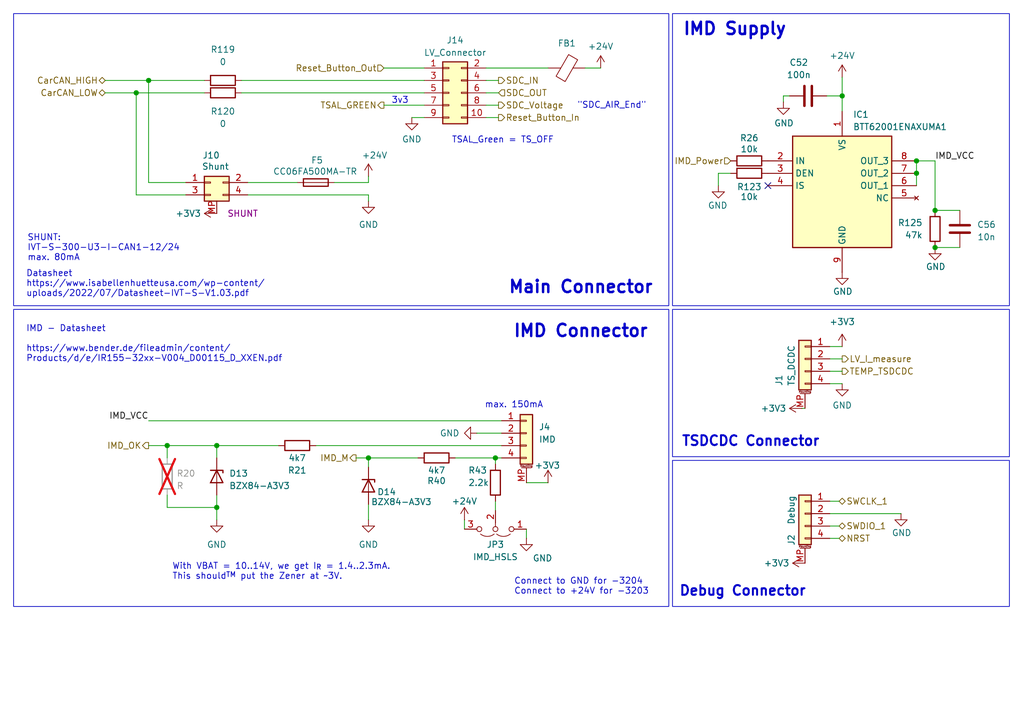
<source format=kicad_sch>
(kicad_sch (version 20250114) (generator "eeschema") (generator_version "9.0")
  (paper "A5")
  (title_block (title "Input/Output") (date "2025-03-09") (rev "V1") (comment 1 "Lene Marquardt"))
  (lib_symbols
    (symbol "BTT62001ENAXUMA1:BTT62001ENAXUMA1"
      (property "Reference" "IC" (at 26.67 7.62 0))
      (property "Value" "BTT62001ENAXUMA1" (at 26.67 5.08 0))
      (symbol "BTT62001ENAXUMA1_1_1"
        (rectangle (start 5.08 2.54) (end 25.4 -20.32) (stroke (width 0.254)) (fill (type background)))
        (pin passive line (at 0 -2.54 0) (length 5.08) (name "IN") (number "2"))
        (pin passive line (at 0 -5.08 0) (length 5.08) (name "DEN") (number "3"))
        (pin passive line (at 0 -7.62 0) (length 5.08) (name "IS") (number "4"))
        (pin passive line (at 15.24 7.62 270) (length 5.08) (name "VS") (number "1"))
        (pin passive line (at 15.24 -25.4 90) (length 5.08) (name "GND") (number "9"))
        (pin passive line (at 30.48 -2.54 180) (length 5.08) (name "OUT_3") (number "8"))
        (pin passive line (at 30.48 -5.08 180) (length 5.08) (name "OUT_2") (number "7"))
        (pin passive line (at 30.48 -7.62 180) (length 5.08) (name "OUT_1") (number "6"))
        (pin no_connect line (at 30.48 -10.16 180) (length 5.08) (name "NC") (number "5"))
      )
    )
    (symbol "Connector_Generic:Conn_02x05_Odd_Even" (pin_names (offset 1.016) (hide yes))
      (property "Reference" "J" (at 1.27 7.62 0))
      (property "Value" "Conn_02x05_Odd_Even" (at 1.27 -7.62 0))
      (symbol "Conn_02x05_Odd_Even_1_1"
        (rectangle (start -1.27 6.35) (end 3.81 -6.35) (stroke (width 0.254)) (fill (type background)))
        (rectangle (start -1.27 5.207) (end 0 4.953) (stroke (width 0.1524)))
        (rectangle (start -1.27 2.667) (end 0 2.413) (stroke (width 0.1524)))
        (rectangle (start -1.27 0.127) (end 0 -0.127) (stroke (width 0.1524)))
        (rectangle (start -1.27 -2.413) (end 0 -2.667) (stroke (width 0.1524)))
        (rectangle (start -1.27 -4.953) (end 0 -5.207) (stroke (width 0.1524)))
        (rectangle (start 3.81 5.207) (end 2.54 4.953) (stroke (width 0.1524)))
        (rectangle (start 3.81 2.667) (end 2.54 2.413) (stroke (width 0.1524)))
        (rectangle (start 3.81 0.127) (end 2.54 -0.127) (stroke (width 0.1524)))
        (rectangle (start 3.81 -2.413) (end 2.54 -2.667) (stroke (width 0.1524)))
        (rectangle (start 3.81 -4.953) (end 2.54 -5.207) (stroke (width 0.1524)))
        (pin passive line (at -5.08 5.08 0) (length 3.81) (name "Pin_1") (number "1"))
        (pin passive line (at -5.08 2.54 0) (length 3.81) (name "Pin_3") (number "3"))
        (pin passive line (at -5.08 0 0) (length 3.81) (name "Pin_5") (number "5"))
        (pin passive line (at -5.08 -2.54 0) (length 3.81) (name "Pin_7") (number "7"))
        (pin passive line (at -5.08 -5.08 0) (length 3.81) (name "Pin_9") (number "9"))
        (pin passive line (at 7.62 5.08 180) (length 3.81) (name "Pin_2") (number "2"))
        (pin passive line (at 7.62 2.54 180) (length 3.81) (name "Pin_4") (number "4"))
        (pin passive line (at 7.62 0 180) (length 3.81) (name "Pin_6") (number "6"))
        (pin passive line (at 7.62 -2.54 180) (length 3.81) (name "Pin_8") (number "8"))
        (pin passive line (at 7.62 -5.08 180) (length 3.81) (name "Pin_10") (number "10"))
      )
    )
    (symbol "Connector_Generic_MountingPin:Conn_01x04_MountingPin" (pin_names (offset 1.016) (hide yes))
      (property "Reference" "J" (at 0 5.08 0))
      (property "Value" "Conn_01x04_MountingPin" (at 1.27 -7.62 0))
      (symbol "Conn_01x04_MountingPin_1_1"
        (rectangle (start -1.27 3.81) (end 1.27 -6.35) (stroke (width 0.254)) (fill (type background)))
        (rectangle (start -1.27 2.667) (end 0 2.413) (stroke (width 0.1524)))
        (rectangle (start -1.27 0.127) (end 0 -0.127) (stroke (width 0.1524)))
        (rectangle (start -1.27 -2.413) (end 0 -2.667) (stroke (width 0.1524)))
        (rectangle (start -1.27 -4.953) (end 0 -5.207) (stroke (width 0.1524)))
        (polyline (pts (xy -1.016 -7.112) (xy 1.016 -7.112)) (stroke (width 0.1524)))
        (text "Mounting" (at 0 -6.731 0) (effects (font (size 0.381 0.381))))
        (pin passive line (at -5.08 2.54 0) (length 3.81) (name "Pin_1") (number "1"))
        (pin passive line (at -5.08 0 0) (length 3.81) (name "Pin_2") (number "2"))
        (pin passive line (at -5.08 -2.54 0) (length 3.81) (name "Pin_3") (number "3"))
        (pin passive line (at -5.08 -5.08 0) (length 3.81) (name "Pin_4") (number "4"))
        (pin passive line (at 0 -10.16 90) (length 3.048) (name "MountPin") (number "MP"))
      )
    )
    (symbol "Device:C" (pin_numbers (hide yes)) (pin_names (offset 0.254))
      (property "Reference" "C" (at 0.635 2.54 0))
      (property "Value" "C" (at 0.635 -2.54 0))
      (symbol "C_0_1"
        (polyline (pts (xy -2.032 0.762) (xy 2.032 0.762)) (stroke (width 0.508)))
        (polyline (pts (xy -2.032 -0.762) (xy 2.032 -0.762)) (stroke (width 0.508)))
      )
      (symbol "C_1_1"
        (pin passive line (at 0 3.81 270) (length 2.794) (name "~") (number "1"))
        (pin passive line (at 0 -3.81 90) (length 2.794) (name "~") (number "2"))
      )
    )
    (symbol "Device:FerriteBead" (pin_numbers (hide yes)) (pin_names (offset 0))
      (property "Reference" "FB" (at -3.81 0.635 90))
      (property "Value" "FerriteBead" (at 3.81 0 90))
      (symbol "FerriteBead_0_1"
        (polyline (pts (xy -2.7686 0.4064) (xy -1.7018 2.2606) (xy 2.7686 -0.3048) (xy 1.6764 -2.159) (xy -2.7686 0.4064)))
        (polyline (pts (xy 0 1.27) (xy 0 1.2954)))
        (polyline (pts (xy 0 -1.27) (xy 0 -1.2192)))
      )
      (symbol "FerriteBead_1_1"
        (pin passive line (at 0 3.81 270) (length 2.54) (name "~") (number "1"))
        (pin passive line (at 0 -3.81 90) (length 2.54) (name "~") (number "2"))
      )
    )
    (symbol "Device:Fuse" (pin_numbers (hide yes)) (pin_names (offset 0))
      (property "Reference" "F" (at 2.032 0 90))
      (property "Value" "Fuse" (at -1.905 0 90))
      (symbol "Fuse_0_1"
        (rectangle (start -0.762 -2.54) (end 0.762 2.54) (stroke (width 0.254)))
        (polyline (pts (xy 0 2.54) (xy 0 -2.54)))
      )
      (symbol "Fuse_1_1"
        (pin passive line (at 0 3.81 270) (length 1.27) (name "~") (number "1"))
        (pin passive line (at 0 -3.81 90) (length 1.27) (name "~") (number "2"))
      )
    )
    (symbol "Device:R" (pin_numbers (hide yes)) (pin_names (offset 0))
      (property "Reference" "R" (at 2.032 0 90))
      (property "Value" "R" (at 0 0 90))
      (symbol "R_0_1"
        (rectangle (start -1.016 -2.54) (end 1.016 2.54) (stroke (width 0.254)))
      )
      (symbol "R_1_1"
        (pin passive line (at 0 3.81 270) (length 1.27) (name "~") (number "1"))
        (pin passive line (at 0 -3.81 90) (length 1.27) (name "~") (number "2"))
      )
    )
    (symbol "Jumper:Jumper_3_Open" (pin_names (offset 0) (hide yes))
      (property "Reference" "JP" (at -2.54 -2.54 0))
      (property "Value" "Jumper_3_Open" (at 0 2.794 0))
      (symbol "Jumper_3_Open_0_0"
        (circle (center -3.302 0) (radius 0.508))
        (circle (center 0 0) (radius 0.508))
        (circle (center 3.302 0) (radius 0.508))
      )
      (symbol "Jumper_3_Open_0_1"
        (arc (start -3.048 1.016) (mid -1.651 1.4992) (end -0.254 1.016))
        (polyline (pts (xy 0 -0.508) (xy 0 -1.27)))
        (arc (start 0.254 1.016) (mid 1.651 1.4992) (end 3.048 1.016))
      )
      (symbol "Jumper_3_Open_1_1"
        (pin passive line (at -6.35 0 0) (length 2.54) (name "A") (number "1"))
        (pin passive line (at 0 -3.81 90) (length 2.54) (name "C") (number "2"))
        (pin passive line (at 6.35 0 180) (length 2.54) (name "B") (number "3"))
      )
    )
    (symbol "Master:BZX84-A3V3" (pin_numbers (hide yes)) (pin_names (offset 1.016) (hide yes))
      (property "Reference" "D" (at 0 2.54 0))
      (property "Value" "BZX84-A3V3" (at 0 -2.54 0))
      (symbol "BZX84-A3V3_0_1"
        (polyline (pts (xy -1.27 -1.27) (xy -1.27 1.27) (xy -0.762 1.27)) (stroke (width 0.254)))
        (polyline (pts (xy 1.27 0) (xy -1.27 0)))
        (polyline (pts (xy 1.27 -1.27) (xy 1.27 1.27) (xy -1.27 0) (xy 1.27 -1.27)) (stroke (width 0.254)))
      )
      (symbol "BZX84-A3V3_1_1"
        (pin passive line (at -3.81 0 0) (length 2.54) (name "K") (number "3"))
        (pin passive line (at 3.81 0 180) (length 2.54) (name "A") (number "1"))
      )
    )
    (symbol "Master:MMNL_2x2p_vertical" (pin_names (offset 1.016) (hide yes))
      (property "Reference" "J" (at 1.27 2.54 0))
      (property "Value" "MMNL_2x2p_vertical" (at 1.27 -5.08 0))
      (symbol "MMNL_2x2p_vertical_1_1"
        (rectangle (start -1.27 1.27) (end 3.81 -3.81) (stroke (width 0.254)) (fill (type background)))
        (rectangle (start -1.27 0.127) (end 0 -0.127) (stroke (width 0.1524)))
        (rectangle (start -1.27 -2.413) (end 0 -2.667) (stroke (width 0.1524)))
        (rectangle (start 3.81 0.127) (end 2.54 -0.127) (stroke (width 0.1524)))
        (rectangle (start 3.81 -2.413) (end 2.54 -2.667) (stroke (width 0.1524)))
        (pin passive line (at -5.08 0 0) (length 3.81) (name "Pin_1") (number "1"))
        (pin passive line (at -5.08 -2.54 0) (length 3.81) (name "Pin_3") (number "3"))
        (pin passive line (at 1.27 -6.35 90) (length 2.54) (name "") (number "MP"))
        (pin passive line (at 7.62 0 180) (length 3.81) (name "Pin_2") (number "2"))
        (pin passive line (at 7.62 -2.54 180) (length 3.81) (name "Pin_4") (number "4"))
      )
    )
    (symbol "power:+12V" (power) (pin_numbers (hide yes)) (pin_names (offset 0) (hide yes))
      (property "Value" "+12V" (at 0 3.556 0))
      (symbol "+12V_0_1"
        (polyline (pts (xy -0.762 1.27) (xy 0 2.54)))
        (polyline (pts (xy 0 2.54) (xy 0.762 1.27)))
        (polyline (pts (xy 0 0) (xy 0 2.54)))
      )
      (symbol "+12V_1_1"
        (pin power_in line (at 0 0 90) (length 0) (name "~") (number "1"))
      )
    )
    (symbol "power:+24V" (power) (pin_numbers (hide yes)) (pin_names (offset 0) (hide yes))
      (property "Value" "+24V" (at 0 3.556 0))
      (symbol "+24V_0_1"
        (polyline (pts (xy -0.762 1.27) (xy 0 2.54)))
        (polyline (pts (xy 0 2.54) (xy 0.762 1.27)))
        (polyline (pts (xy 0 0) (xy 0 2.54)))
      )
      (symbol "+24V_1_1"
        (pin power_in line (at 0 0 90) (length 0) (name "~") (number "1"))
      )
    )
    (symbol "power:+3V3" (power) (pin_numbers (hide yes)) (pin_names (offset 0) (hide yes))
      (property "Value" "+3V3" (at 0 3.556 0))
      (symbol "+3V3_0_1"
        (polyline (pts (xy -0.762 1.27) (xy 0 2.54)))
        (polyline (pts (xy 0 2.54) (xy 0.762 1.27)))
        (polyline (pts (xy 0 0) (xy 0 2.54)))
      )
      (symbol "+3V3_1_1"
        (pin power_in line (at 0 0 90) (length 0) (name "~") (number "1"))
      )
    )
    (symbol "power:GND" (power) (pin_numbers (hide yes)) (pin_names (offset 0) (hide yes))
      (property "Value" "GND" (at 0 -3.81 0))
      (symbol "GND_0_1"
        (polyline (pts (xy 0 0) (xy 0 -1.27) (xy 1.27 -1.27) (xy 0 -2.54) (xy -1.27 -1.27) (xy 0 -1.27)))
      )
      (symbol "GND_1_1"
        (pin power_in line (at 0 0 270) (length 0) (name "~") (number "1"))
      )
    )
  )
  (rectangle (start 137.922 94.488) (end 207.01 124.46))
  (rectangle (start 2.794 2.794) (end 137.16 62.738))
  (rectangle (start 137.922 63.5) (end 207.01 93.726))
  (rectangle (start 137.922 2.794) (end 207.01 62.738))
  (rectangle (start 2.794 63.5) (end 137.16 124.46))
  (text "max. 150mA" (at 105.41 83.185 0) (effects (font (size 1.27 1.27))))
  (text "IMD Supply" (at 139.954 6.096 0) (effects (font (size 2.5 2.5) (bold yes)) (justify left)))
  (text "IMD - Datasheet\n\nhttps://www.bender.de/fileadmin/content/\nProducts/d/e/IR155-32xx-V004_D00115_D_XXEN.pdf" (at 5.334 70.612 0) (effects (font (size 1.27 1.27)) (justify left)))
  (text "Datasheet\nhttps://www.isabellenhuetteusa.com/wp-content/\nuploads/2022/07/Datasheet-IVT-S-V1.03.pdf" (at 5.334 58.293 0) (effects (font (size 1.27 1.27)) (justify left)))
  (text "3v3" (at 80.264 20.701 0) (effects (font (size 1.27 1.27)) (justify left)))
  (text "SHUNT:\nIVT-S-300-U3-I-CAN1-12/24\nmax. 80mA\n" (at 5.588 50.927 0) (effects (font (size 1.27 1.27)) (justify left)))
  (text "Connect to GND for -3204\nConnect to +24V for -3203" (at 105.41 122.174 0) (effects (font (size 1.27 1.27)) (justify left bottom)))
  (text "\"SDC_AIR_End\"\n" (at 125.476 21.717 0) (effects (font (size 1.27 1.27))))
  (text "TSAL_Green = TS_OFF" (at 103.124 28.829 0) (effects (font (size 1.27 1.27))))
  (text "Main Connector" (at 104.14 59.055 0) (effects (font (size 2.5 2.5) (thickness 0.5) (bold yes)) (justify left)))
  (text "IMD Connector" (at 105.156 68.072 0) (effects (font (size 2.5 2.5) (thickness 0.5) (bold yes)) (justify left)))
  (text "TSDCDC Connector" (at 139.7 90.678 0) (effects (font (size 2 2) (thickness 0.4) (bold yes)) (justify left)))
  (text "Debug Connector" (at 139.192 121.412 0) (effects (font (size 2 2) (thickness 0.4) (bold yes)) (justify left)))
  (text "With VBAT = 10..14V, we get I_{R} = 1.4..2.3mA.\nThis should^{TM} put the Zener at ~3V." (at 35.306 119.126 0) (effects (font (size 1.27 1.27)) (justify left bottom)))
  (junction (at 34.29 91.44))
  (junction (at 75.565 93.98))
  (junction (at 30.48 16.51))
  (junction (at 187.96 35.56))
  (junction (at 44.45 104.14))
  (junction (at 172.72 19.685))
  (junction (at 44.45 91.44))
  (junction (at 187.96 33.02))
  (junction (at 101.6 93.98))
  (junction (at 191.77 43.18))
  (junction (at 27.94 19.05))
  (junction (at 191.77 50.8))
  (no_connect (at 157.48 38.1))
  (wire (pts (xy 75.565 37.465) (xy 68.58 37.465)))
  (wire (pts (xy 30.48 16.51) (xy 41.91 16.51)))
  (wire (pts (xy 50.8 37.465) (xy 60.96 37.465)))
  (wire (pts (xy 27.94 19.05) (xy 41.91 19.05)))
  (wire (pts (xy 30.48 16.51) (xy 30.48 37.465)))
  (wire (pts (xy 44.45 91.44) (xy 44.45 93.98)))
  (wire (pts (xy 75.565 40.005) (xy 50.8 40.005)))
  (wire (pts (xy 102.235 19.05) (xy 99.695 19.05)))
  (wire (pts (xy 102.235 24.13) (xy 99.695 24.13)))
  (wire (pts (xy 73.025 93.98) (xy 75.565 93.98)))
  (wire (pts (xy 64.77 91.44) (xy 102.87 91.44)))
  (wire (pts (xy 34.29 91.44) (xy 44.45 91.44)))
  (wire (pts (xy 187.96 33.02) (xy 191.77 33.02)))
  (wire (pts (xy 123.19 13.97) (xy 120.015 13.97)))
  (wire (pts (xy 99.695 13.97) (xy 112.395 13.97)))
  (wire (pts (xy 101.6 93.98) (xy 101.6 95.25)))
  (wire (pts (xy 85.725 93.98) (xy 75.565 93.98)))
  (wire (pts (xy 172.085 102.87) (xy 170.18 102.87)))
  (wire (pts (xy 107.95 108.585) (xy 107.95 110.49)))
  (wire (pts (xy 75.565 103.505) (xy 75.565 106.68)))
  (wire (pts (xy 75.565 41.275) (xy 75.565 40.005)))
  (wire (pts (xy 21.59 16.51) (xy 30.48 16.51)))
  (wire (pts (xy 27.94 40.005) (xy 38.1 40.005)))
  (wire (pts (xy 147.32 35.56) (xy 147.32 38.1)))
  (wire (pts (xy 147.32 35.56) (xy 149.86 35.56)))
  (wire (pts (xy 27.94 19.05) (xy 27.94 40.005)))
  (wire (pts (xy 172.085 110.49) (xy 170.18 110.49)))
  (wire (pts (xy 99.695 21.59) (xy 102.235 21.59)))
  (wire (pts (xy 78.74 13.97) (xy 86.995 13.97)))
  (wire (pts (xy 49.53 19.05) (xy 86.995 19.05)))
  (wire (pts (xy 102.235 16.51) (xy 99.695 16.51)))
  (wire (pts (xy 34.29 104.14) (xy 44.45 104.14)))
  (wire (pts (xy 34.29 101.6) (xy 34.29 104.14)))
  (wire (pts (xy 44.45 91.44) (xy 57.15 91.44)))
  (wire (pts (xy 107.95 99.06) (xy 112.395 99.06)))
  (wire (pts (xy 49.53 16.51) (xy 86.995 16.51)))
  (wire (pts (xy 164.465 83.82) (xy 165.1 83.82)))
  (wire (pts (xy 172.72 19.685) (xy 172.72 22.86)))
  (wire (pts (xy 75.565 93.98) (xy 75.565 95.885)))
  (wire (pts (xy 191.77 43.18) (xy 191.77 33.02)))
  (wire (pts (xy 172.72 71.12) (xy 170.18 71.12)))
  (wire (pts (xy 30.48 86.36) (xy 102.87 86.36)))
  (wire (pts (xy 75.565 36.195) (xy 75.565 37.465)))
  (wire (pts (xy 102.87 93.98) (xy 101.6 93.98)))
  (wire (pts (xy 30.48 37.465) (xy 38.1 37.465)))
  (wire (pts (xy 172.085 107.95) (xy 170.18 107.95)))
  (wire (pts (xy 187.96 35.56) (xy 187.96 38.1)))
  (wire (pts (xy 172.72 15.875) (xy 172.72 19.685)))
  (wire (pts (xy 172.72 78.74) (xy 170.18 78.74)))
  (wire (pts (xy 86.995 24.13) (xy 84.455 24.13)))
  (wire (pts (xy 101.6 102.87) (xy 101.6 104.775)))
  (wire (pts (xy 160.655 19.685) (xy 160.655 20.955)))
  (wire (pts (xy 170.18 76.2) (xy 172.72 76.2)))
  (wire (pts (xy 44.45 104.14) (xy 44.45 106.68)))
  (wire (pts (xy 170.18 105.41) (xy 184.785 105.41)))
  (wire (pts (xy 187.96 33.02) (xy 187.96 35.56)))
  (wire (pts (xy 191.77 43.18) (xy 196.85 43.18)))
  (wire (pts (xy 97.79 88.9) (xy 102.87 88.9)))
  (wire (pts (xy 21.59 19.05) (xy 27.94 19.05)))
  (wire (pts (xy 93.345 93.98) (xy 101.6 93.98)))
  (wire (pts (xy 78.74 21.59) (xy 86.995 21.59)))
  (wire (pts (xy 44.45 101.6) (xy 44.45 104.14)))
  (wire (pts (xy 30.48 91.44) (xy 34.29 91.44)))
  (wire (pts (xy 160.655 19.685) (xy 161.925 19.685)))
  (wire (pts (xy 170.18 73.66) (xy 172.72 73.66)))
  (wire (pts (xy 169.545 19.685) (xy 172.72 19.685)))
  (wire (pts (xy 191.77 50.8) (xy 196.85 50.8)))
  (wire (pts (xy 34.29 91.44) (xy 34.29 93.98)))
  (wire (pts (xy 95.25 106.68) (xy 95.25 108.585)))
  (label "IMD_VCC" (at 30.48 86.36 180))
  (label "IMD_VCC" (at 191.77 33.02 0))
  (hierarchical_label "IMD_Power" (shape input) (at 149.86 33.02 180))
  (hierarchical_label "SDC_OUT" (shape input) (at 102.235 19.05 0) (property "Netclass" "SDC" (effects (hide yes))))
  (hierarchical_label "SWCLK_1" (shape bidirectional) (at 172.085 102.87 0))
  (hierarchical_label "IMD_M" (shape output) (at 73.025 93.98 180))
  (hierarchical_label "TSAL_GREEN" (shape output) (at 78.74 21.59 180))
  (hierarchical_label "LV_I_measure" (shape output) (at 172.72 73.66 0))
  (hierarchical_label "Reset_Button_Out" (shape input) (at 78.74 13.97 180))
  (hierarchical_label "NRST" (shape bidirectional) (at 172.085 110.49 0))
  (hierarchical_label "CarCAN_LOW" (shape bidirectional) (at 21.59 19.05 180))
  (hierarchical_label "CarCAN_HIGH" (shape bidirectional) (at 21.59 16.51 180))
  (hierarchical_label "SWDIO_1" (shape bidirectional) (at 172.085 107.95 0))
  (hierarchical_label "SDC_IN" (shape output) (at 102.235 16.51 0) (property "Netclass" "SDC" (effects (hide yes))))
  (hierarchical_label "TEMP_TSDCDC" (shape output) (at 172.72 76.2 0))
  (hierarchical_label "Reset_Button_In" (shape output) (at 102.235 24.13 0))
  (hierarchical_label "SDC_Voltage" (shape output) (at 102.235 21.59 0) (property "Netclass" "SDC" (effects (hide yes))))
  (hierarchical_label "IMD_OK" (shape output) (at 30.48 91.44 180))
  (symbol (lib_id "Device:R") (at 153.67 33.02 90) (unit 1)
    (property "Reference" "R26" (at 153.67 28.321 90))
    (property "Value" "10k" (at 153.67 30.607 90))
    (property "Footprint" "Resistor_SMD:R_0603_1608Metric" (effects (hide yes)))
    (property "Description" "Resistor" (effects (hide yes)))
  )
  (symbol (lib_id "Connector_Generic:Conn_02x05_Odd_Even") (at 92.075 19.05 0) (unit 1)
    (property "Reference" "J14" (at 93.345 8.255 0))
    (property "Value" "LV_Connector" (at 93.345 10.795 0))
    (property "Footprint" "FaSTTUBe_connectors:Micro_Mate-N-Lok_2x5p_vertical" (effects (hide yes)))
    (property "Description" "Generic connector, double row, 02x05, odd/even pin numbering scheme (row 1 odd numbers, row 2 even numbers), script generated (kicad-library-utils/schlib/autogen/connector/)" (effects (hide yes)))
    (property "Silkscreen" "LV_Stecker" (effects (hide yes)))
  )
  (symbol (lib_id "power:+3V3") (at 112.395 99.06 0) (unit 1)
    (property "Reference" "#PWR0134" (effects (hide yes)))
    (property "Value" "+3V3" (at 112.268 95.504 0))
    (property "Description" "Power symbol creates a global label with name \"+3V3\"" (effects (hide yes)))
  )
  (symbol (lib_id "power:+12V") (at 123.19 13.97 0) (unit 1)
    (property "Reference" "#PWR0108" (effects (hide yes)))
    (property "Value" "+24V" (at 123.19 9.525 0))
    (property "Description" "Power symbol creates a global label with name \"+12V\"" (effects (hide yes)))
  )
  (symbol (lib_id "power:+3V3") (at 164.465 83.82 90) (unit 1)
    (property "Reference" "#PWR075" (effects (hide yes)))
    (property "Value" "+3V3" (at 161.29 83.8199 90) (effects (justify left)))
    (property "Description" "Power symbol creates a global label with name \"+3V3\"" (effects (hide yes)))
  )
  (symbol (lib_id "Device:R") (at 34.29 97.79 0) (unit 1) (dnp yes)
    (property "Reference" "R20" (at 36.195 97.155 0) (effects (justify left)))
    (property "Value" "R" (at 36.195 99.695 0) (effects (justify left)))
    (property "Footprint" "Resistor_SMD:R_0603_1608Metric" (effects (hide yes)))
    (property "Description" "Resistor" (effects (hide yes)))
  )
  (symbol (lib_id "power:+3V3") (at 165.1 115.57 90) (unit 1)
    (property "Reference" "#PWR0131" (effects (hide yes)))
    (property "Value" "+3V3" (at 161.925 115.5699 90) (effects (justify left)))
    (property "Description" "Power symbol creates a global label with name \"+3V3\"" (effects (hide yes)))
  )
  (symbol (lib_id "Master:MMNL_2x2p_vertical") (at 43.18 37.465 0) (unit 1)
    (property "Reference" "J10" (at 43.307 31.877 0))
    (property "Value" "Shunt" (at 44.196 34.163 0))
    (property "Footprint" "FaSTTUBe_connectors:Micro_Mate-N-Lok_2x2p_vertical" (effects (hide yes)))
    (property "Description" "Generic connector, double row, 02x02, odd/even pin numbering scheme (row 1 odd numbers, row 2 even numbers), script generated (kicad-library-utils/schlib/autogen/connector/)" (effects (hide yes)))
    (property "Silkscreen" "SHUNT" (at 49.784 43.815 0))
  )
  (symbol (lib_id "power:GND") (at 191.77 50.8 0) (unit 1)
    (property "Reference" "#PWR030" (effects (hide yes)))
    (property "Value" "GND" (at 191.897 54.737 0))
    (property "Description" "Power symbol creates a global label with name \"GND\" , ground" (effects (hide yes)))
  )
  (symbol (lib_id "power:GND") (at 44.45 106.68 0) (unit 1)
    (property "Reference" "#PWR043" (effects (hide yes)))
    (property "Value" "GND" (at 44.45 111.76 0))
    (property "Description" "Power symbol creates a global label with name \"GND\" , ground" (effects (hide yes)))
  )
  (symbol (lib_id "Jumper:Jumper_3_Open") (at 101.6 108.585 180) (unit 1)
    (property "Reference" "JP3" (at 101.6 111.76 0))
    (property "Value" "IMD_HSLS" (at 101.6 114.3 0))
    (property "Footprint" "Jumper:SolderJumper-3_P1.3mm_Open_RoundedPad1.0x1.5mm" (effects (hide yes)))
    (property "Description" "Jumper, 3-pole, both open" (effects (hide yes)))
  )
  (symbol (lib_id "Connector_Generic_MountingPin:Conn_01x04_MountingPin") (at 107.95 88.9 0) (unit 1)
    (property "Reference" "J4" (at 110.49 87.63 0) (effects (justify left)))
    (property "Value" "IMD" (at 110.49 90.17 0) (effects (justify left)))
    (property "Footprint" "FaSTTUBe_connectors:Micro_Mate-N-Lok_2x2p_vertical" (effects (hide yes)))
    (property "Description" "Generic connectable mounting pin connector, single row, 01x04, script generated (kicad-library-utils/schlib/autogen/connector/)" (effects (hide yes)))
  )
  (symbol (lib_id "power:GND") (at 107.95 110.49 0) (unit 1)
    (property "Reference" "#PWR063" (effects (hide yes)))
    (property "Value" "GND" (at 109.22 114.554 0) (effects (justify left)))
    (property "Description" "Power symbol creates a global label with name \"GND\" , ground" (effects (hide yes)))
  )
  (symbol (lib_id "Connector_Generic_MountingPin:Conn_01x04_MountingPin") (at 165.1 73.66 0) (mirror y) (unit 1)
    (property "Reference" "J1" (at 159.766 79.248 90) (effects (justify left)))
    (property "Value" "TS_DCDC" (at 162.306 79.248 90) (effects (justify left)))
    (property "Footprint" "FaSTTUBe_connectors:Micro_Mate-N-Lok_2x2p_vertical" (effects (hide yes)))
    (property "Description" "Generic connectable mounting pin connector, single row, 01x04, script generated (kicad-library-utils/schlib/autogen/connector/)" (effects (hide yes)))
  )
  (symbol (lib_id "power:+3V3") (at 44.45 43.815 90) (unit 1)
    (property "Reference" "#PWR0110" (effects (hide yes)))
    (property "Value" "+3V3" (at 38.608 43.815 90))
    (property "Description" "Power symbol creates a global label with name \"+3V3\"" (effects (hide yes)))
  )
  (symbol (lib_id "Device:R") (at 101.6 99.06 0) (unit 1)
    (property "Reference" "R43" (at 96.012 96.52 0) (effects (justify left)))
    (property "Value" "2.2k" (at 96.012 99.06 0) (effects (justify left)))
    (property "Footprint" "Resistor_SMD:R_0603_1608Metric" (effects (hide yes)))
    (property "Description" "Resistor" (effects (hide yes)))
  )
  (symbol (lib_id "Device:R") (at 45.72 19.05 90) (unit 1)
    (property "Reference" "R120" (at 45.72 22.86 90))
    (property "Value" "0" (at 45.72 25.4 90))
    (property "Footprint" "Resistor_SMD:R_0603_1608Metric" (effects (hide yes)))
    (property "Description" "Resistor" (effects (hide yes)))
  )
  (symbol (lib_id "Device:R") (at 153.67 35.56 90) (unit 1)
    (property "Reference" "R123" (at 153.67 38.354 90))
    (property "Value" "10k" (at 153.67 40.386 90))
    (property "Footprint" "Resistor_SMD:R_0603_1608Metric" (effects (hide yes)))
    (property "Description" "Resistor" (effects (hide yes)))
  )
  (symbol (lib_id "Device:C") (at 165.735 19.685 90) (unit 1)
    (property "Reference" "C52" (at 163.83 12.827 90))
    (property "Value" "100n" (at 163.83 15.367 90))
    (property "Footprint" "Capacitor_SMD:C_0603_1608Metric" (effects (hide yes)))
    (property "Description" "Unpolarized capacitor" (effects (hide yes)))
  )
  (symbol (lib_id "power:GND") (at 97.79 88.9 270) (unit 1)
    (property "Reference" "#PWR047" (effects (hide yes)))
    (property "Value" "GND" (at 90.17 88.9 90) (effects (justify left)))
    (property "Description" "Power symbol creates a global label with name \"GND\" , ground" (effects (hide yes)))
  )
  (symbol (lib_id "power:+3V3") (at 172.72 71.12 0) (unit 1)
    (property "Reference" "#PWR0128" (effects (hide yes)))
    (property "Value" "+3V3" (at 172.72 66.04 0))
    (property "Description" "Power symbol creates a global label with name \"+3V3\"" (effects (hide yes)))
  )
  (symbol (lib_id "Master:BZX84-A3V3") (at 75.565 99.695 270) (unit 1)
    (property "Reference" "D14" (at 77.343 100.965 90) (effects (justify left)))
    (property "Value" "BZX84-A3V3" (at 76.073 102.997 90) (effects (justify left)))
    (property "Footprint" "Package_TO_SOT_SMD:SOT-23" (effects (hide yes)))
    (property "Datasheet" "https://assets.nexperia.com/documents/data-sheet/BZX84_SER.pdf" (effects (hide yes)))
    (property "Description" "Zener diode 3.3V SOT-23" (effects (hide yes)))
  )
  (symbol (lib_id "power:GND") (at 75.565 106.68 0) (unit 1)
    (property "Reference" "#PWR044" (effects (hide yes)))
    (property "Value" "GND" (at 75.565 111.76 0))
    (property "Description" "Power symbol creates a global label with name \"GND\" , ground" (effects (hide yes)))
  )
  (symbol (lib_id "Master:BZX84-A3V3") (at 44.45 97.79 270) (unit 1)
    (property "Reference" "D13" (at 46.99 97.155 90) (effects (justify left)))
    (property "Value" "BZX84-A3V3" (at 46.99 99.695 90) (effects (justify left)))
    (property "Footprint" "Package_TO_SOT_SMD:SOT-23" (effects (hide yes)))
    (property "Datasheet" "https://assets.nexperia.com/documents/data-sheet/BZX84_SER.pdf" (effects (hide yes)))
    (property "Description" "Zener diode 3.3V SOT-23" (effects (hide yes)))
  )
  (symbol (lib_id "power:GND") (at 147.32 38.1 0) (unit 1)
    (property "Reference" "#PWR061" (effects (hide yes)))
    (property "Value" "GND" (at 147.193 42.164 0))
    (property "Description" "Power symbol creates a global label with name \"GND\" , ground" (effects (hide yes)))
  )
  (symbol (lib_id "power:GND") (at 160.655 20.955 0) (unit 1)
    (property "Reference" "#PWR0120" (effects (hide yes)))
    (property "Value" "GND" (at 160.782 25.273 0))
    (property "Description" "Power symbol creates a global label with name \"GND\" , ground" (effects (hide yes)))
  )
  (symbol (lib_id "Device:R") (at 45.72 16.51 90) (unit 1)
    (property "Reference" "R119" (at 45.72 10.16 90))
    (property "Value" "0" (at 45.72 12.7 90))
    (property "Footprint" "Resistor_SMD:R_0603_1608Metric" (effects (hide yes)))
    (property "Description" "Resistor" (effects (hide yes)))
  )
  (symbol (lib_id "Device:FerriteBead") (at 116.205 13.97 270) (unit 1)
    (property "Reference" "FB1" (at 116.2558 8.89 90))
    (property "Value" "MH2029-300Y" (effects (hide yes)))
    (property "Footprint" "Inductor_SMD:L_0805_2012Metric" (effects (hide yes)))
    (property "Datasheet" "https://www.mouser.de/datasheet/2/54/mh-777565.pdf" (effects (hide yes)))
    (property "Description" "Ferrite bead" (effects (hide yes)))
  )
  (symbol (lib_id "power:GND") (at 172.72 55.88 0) (unit 1)
    (property "Reference" "#PWR0121" (effects (hide yes)))
    (property "Value" "GND" (at 172.847 59.817 0))
    (property "Description" "Power symbol creates a global label with name \"GND\" , ground" (effects (hide yes)))
  )
  (symbol (lib_id "BTT62001ENAXUMA1:BTT62001ENAXUMA1") (at 157.48 30.48 0) (unit 1)
    (property "Reference" "IC1" (at 174.9141 23.495 0) (effects (justify left)))
    (property "Value" "BTT62001ENAXUMA1" (at 174.9141 26.035 0) (effects (justify left)))
    (property "Footprint" "Master:SOIC127P600X115-9N" (effects (hide yes)))
    (property "Datasheet" "https://www.infineon.com/dgdl/Infineon-BTT6200-1ENA-DS-v01_00-EN.pdf?fileId=5546d462636cc8fb01645f3a31f312e9" (effects (hide yes)))
    (property "Description" "Infineon PROFET" (effects (hide yes)))
    (property "Height" "1.15" (effects (hide yes)))
    (property "Manufacturer_Name" "Infineon" (effects (hide yes)))
    (property "Manufacturer_Part_Number" "BTT62001ENAXUMA1" (effects (hide yes)))
    (property "Arrow Part Number" "BTT62001ENAXUMA1" (effects (hide yes)))
    (property "Arrow Price/Stock" "https://www.arrow.com/en/products/btt62001enaxuma1/infineon-technologies-ag" (effects (hide yes)))
  )
  (symbol (lib_id "power:+24V") (at 172.72 15.875 0) (unit 1)
    (property "Reference" "#PWR0119" (effects (hide yes)))
    (property "Value" "+24V" (at 172.72 11.43 0))
    (property "Description" "Power symbol creates a global label with name \"+24V\"" (effects (hide yes)))
  )
  (symbol (lib_id "Device:R") (at 89.535 93.98 90) (unit 1)
    (property "Reference" "R40" (at 89.535 98.679 90))
    (property "Value" "4k7" (at 89.535 96.52 90))
    (property "Footprint" "Resistor_SMD:R_0603_1608Metric" (effects (hide yes)))
    (property "Description" "Resistor" (effects (hide yes)))
  )
  (symbol (lib_id "Connector_Generic_MountingPin:Conn_01x04_MountingPin") (at 165.1 105.41 0) (mirror y) (unit 1)
    (property "Reference" "J2" (at 162.306 112.014 90) (effects (justify left)))
    (property "Value" "Debug" (at 162.306 107.696 90) (effects (justify left)))
    (property "Footprint" "FaSTTUBe_connectors:Micro_Mate-N-Lok_2x2p_vertical" (effects (hide yes)))
    (property "Description" "Generic connectable mounting pin connector, single row, 01x04, script generated (kicad-library-utils/schlib/autogen/connector/)" (effects (hide yes)))
  )
  (symbol (lib_id "power:GND") (at 75.565 41.275 0) (mirror y) (unit 1)
    (property "Reference" "#PWR0116" (effects (hide yes)))
    (property "Value" "GND" (at 73.533 46.101 0) (effects (justify right)))
    (property "Description" "Power symbol creates a global label with name \"GND\" , ground" (effects (hide yes)))
  )
  (symbol (lib_id "power:GND") (at 84.455 24.13 0) (mirror y) (unit 1)
    (property "Reference" "#PWR0100" (effects (hide yes)))
    (property "Value" "GND" (at 84.455 28.575 0))
    (property "Description" "Power symbol creates a global label with name \"GND\" , ground" (effects (hide yes)))
  )
  (symbol (lib_id "power:+24V") (at 95.25 106.68 0) (unit 1)
    (property "Reference" "#PWR046" (effects (hide yes)))
    (property "Value" "+24V" (at 95.25 102.87 0))
    (property "Description" "Power symbol creates a global label with name \"+24V\"" (effects (hide yes)))
  )
  (symbol (lib_id "Device:C") (at 196.85 46.99 0) (unit 1)
    (property "Reference" "C56" (at 202.311 46.101 0))
    (property "Value" "10n" (at 202.311 48.641 0))
    (property "Footprint" "Capacitor_SMD:C_0603_1608Metric" (effects (hide yes)))
    (property "Description" "Unpolarized capacitor" (effects (hide yes)))
  )
  (symbol (lib_id "power:GND") (at 172.72 78.74 0) (unit 1)
    (property "Reference" "#PWR0118" (effects (hide yes)))
    (property "Value" "GND" (at 172.72 83.185 0))
    (property "Description" "Power symbol creates a global label with name \"GND\" , ground" (effects (hide yes)))
  )
  (symbol (lib_id "power:GND") (at 184.785 105.41 0) (unit 1)
    (property "Reference" "#PWR0122" (effects (hide yes)))
    (property "Value" "GND" (at 184.912 109.347 0))
    (property "Description" "Power symbol creates a global label with name \"GND\" , ground" (effects (hide yes)))
  )
  (symbol (lib_id "power:+12V") (at 75.565 36.195 0) (mirror y) (unit 1)
    (property "Reference" "#PWR0115" (effects (hide yes)))
    (property "Value" "+24V" (at 76.835 31.877 0))
    (property "Description" "Power symbol creates a global label with name \"+12V\"" (effects (hide yes)))
  )
  (symbol (lib_id "Device:R") (at 60.96 91.44 90) (unit 1)
    (property "Reference" "R21" (at 60.96 96.52 90))
    (property "Value" "4k7" (at 60.96 93.98 90))
    (property "Footprint" "Resistor_SMD:R_0603_1608Metric" (effects (hide yes)))
    (property "Description" "Resistor" (effects (hide yes)))
  )
  (symbol (lib_id "Device:Fuse") (at 64.77 37.465 270) (mirror x) (unit 1)
    (property "Reference" "F5" (at 65.024 32.893 90))
    (property "Value" "CC06FA500MA-TR" (at 64.643 35.179 90))
    (property "Footprint" "Fuse:Fuse_0603_1608Metric" (effects (hide yes)))
    (property "Datasheet" "https://www.mouser.de/datasheet/2/87/eaton_cc06fa_automotive_fast_acting_chip_surface_m-1774671.pdf" (effects (hide yes)))
    (property "Description" "Fuse" (effects (hide yes)))
  )
  (symbol (lib_id "Device:R") (at 191.77 46.99 0) (mirror y) (unit 1)
    (property "Reference" "R125" (at 189.23 45.7199 0) (effects (justify left)))
    (property "Value" "47k" (at 189.23 48.2599 0) (effects (justify left)))
    (property "Footprint" "Resistor_SMD:R_0603_1608Metric" (effects (hide yes)))
    (property "Description" "Resistor" (effects (hide yes)))
  )
)
</source>
